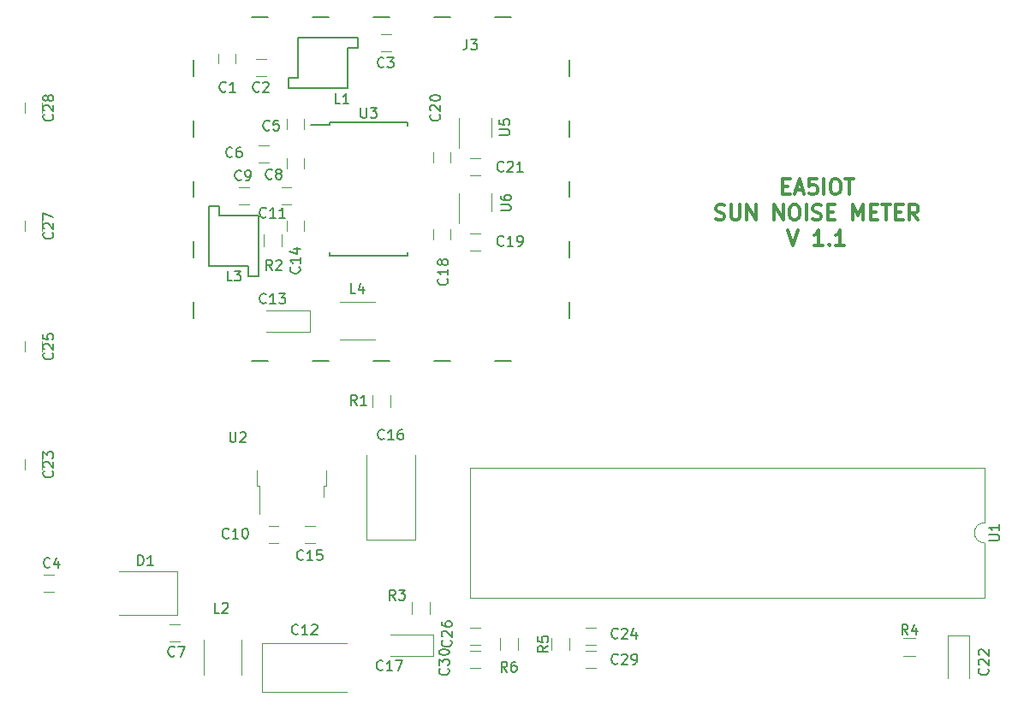
<source format=gbr>
G04 #@! TF.GenerationSoftware,KiCad,Pcbnew,(5.0.1)-4*
G04 #@! TF.CreationDate,2019-02-12T09:30:25+01:00*
G04 #@! TF.ProjectId,Noise_Meter,4E6F6973655F4D657465722E6B696361,rev?*
G04 #@! TF.SameCoordinates,Original*
G04 #@! TF.FileFunction,Legend,Top*
G04 #@! TF.FilePolarity,Positive*
%FSLAX46Y46*%
G04 Gerber Fmt 4.6, Leading zero omitted, Abs format (unit mm)*
G04 Created by KiCad (PCBNEW (5.0.1)-4) date 12/02/2019 9:30:25*
%MOMM*%
%LPD*%
G01*
G04 APERTURE LIST*
%ADD10C,0.300000*%
%ADD11C,0.120000*%
%ADD12C,0.150000*%
G04 APERTURE END LIST*
D10*
X167322857Y-86808571D02*
X167822857Y-88308571D01*
X168322857Y-86808571D01*
X170751428Y-88308571D02*
X169894285Y-88308571D01*
X170322857Y-88308571D02*
X170322857Y-86808571D01*
X170180000Y-87022857D01*
X170037142Y-87165714D01*
X169894285Y-87237142D01*
X171394285Y-88165714D02*
X171465714Y-88237142D01*
X171394285Y-88308571D01*
X171322857Y-88237142D01*
X171394285Y-88165714D01*
X171394285Y-88308571D01*
X172894285Y-88308571D02*
X172037142Y-88308571D01*
X172465714Y-88308571D02*
X172465714Y-86808571D01*
X172322857Y-87022857D01*
X172180000Y-87165714D01*
X172037142Y-87237142D01*
X160180000Y-85697142D02*
X160394285Y-85768571D01*
X160751428Y-85768571D01*
X160894285Y-85697142D01*
X160965714Y-85625714D01*
X161037142Y-85482857D01*
X161037142Y-85340000D01*
X160965714Y-85197142D01*
X160894285Y-85125714D01*
X160751428Y-85054285D01*
X160465714Y-84982857D01*
X160322857Y-84911428D01*
X160251428Y-84840000D01*
X160180000Y-84697142D01*
X160180000Y-84554285D01*
X160251428Y-84411428D01*
X160322857Y-84340000D01*
X160465714Y-84268571D01*
X160822857Y-84268571D01*
X161037142Y-84340000D01*
X161680000Y-84268571D02*
X161680000Y-85482857D01*
X161751428Y-85625714D01*
X161822857Y-85697142D01*
X161965714Y-85768571D01*
X162251428Y-85768571D01*
X162394285Y-85697142D01*
X162465714Y-85625714D01*
X162537142Y-85482857D01*
X162537142Y-84268571D01*
X163251428Y-85768571D02*
X163251428Y-84268571D01*
X164108571Y-85768571D01*
X164108571Y-84268571D01*
X165965714Y-85768571D02*
X165965714Y-84268571D01*
X166822857Y-85768571D01*
X166822857Y-84268571D01*
X167822857Y-84268571D02*
X168108571Y-84268571D01*
X168251428Y-84340000D01*
X168394285Y-84482857D01*
X168465714Y-84768571D01*
X168465714Y-85268571D01*
X168394285Y-85554285D01*
X168251428Y-85697142D01*
X168108571Y-85768571D01*
X167822857Y-85768571D01*
X167680000Y-85697142D01*
X167537142Y-85554285D01*
X167465714Y-85268571D01*
X167465714Y-84768571D01*
X167537142Y-84482857D01*
X167680000Y-84340000D01*
X167822857Y-84268571D01*
X169108571Y-85768571D02*
X169108571Y-84268571D01*
X169751428Y-85697142D02*
X169965714Y-85768571D01*
X170322857Y-85768571D01*
X170465714Y-85697142D01*
X170537142Y-85625714D01*
X170608571Y-85482857D01*
X170608571Y-85340000D01*
X170537142Y-85197142D01*
X170465714Y-85125714D01*
X170322857Y-85054285D01*
X170037142Y-84982857D01*
X169894285Y-84911428D01*
X169822857Y-84840000D01*
X169751428Y-84697142D01*
X169751428Y-84554285D01*
X169822857Y-84411428D01*
X169894285Y-84340000D01*
X170037142Y-84268571D01*
X170394285Y-84268571D01*
X170608571Y-84340000D01*
X171251428Y-84982857D02*
X171751428Y-84982857D01*
X171965714Y-85768571D02*
X171251428Y-85768571D01*
X171251428Y-84268571D01*
X171965714Y-84268571D01*
X173751428Y-85768571D02*
X173751428Y-84268571D01*
X174251428Y-85340000D01*
X174751428Y-84268571D01*
X174751428Y-85768571D01*
X175465714Y-84982857D02*
X175965714Y-84982857D01*
X176180000Y-85768571D02*
X175465714Y-85768571D01*
X175465714Y-84268571D01*
X176180000Y-84268571D01*
X176608571Y-84268571D02*
X177465714Y-84268571D01*
X177037142Y-85768571D02*
X177037142Y-84268571D01*
X177965714Y-84982857D02*
X178465714Y-84982857D01*
X178680000Y-85768571D02*
X177965714Y-85768571D01*
X177965714Y-84268571D01*
X178680000Y-84268571D01*
X180180000Y-85768571D02*
X179680000Y-85054285D01*
X179322857Y-85768571D02*
X179322857Y-84268571D01*
X179894285Y-84268571D01*
X180037142Y-84340000D01*
X180108571Y-84411428D01*
X180180000Y-84554285D01*
X180180000Y-84768571D01*
X180108571Y-84911428D01*
X180037142Y-84982857D01*
X179894285Y-85054285D01*
X179322857Y-85054285D01*
X166787142Y-82442857D02*
X167287142Y-82442857D01*
X167501428Y-83228571D02*
X166787142Y-83228571D01*
X166787142Y-81728571D01*
X167501428Y-81728571D01*
X168072857Y-82800000D02*
X168787142Y-82800000D01*
X167930000Y-83228571D02*
X168430000Y-81728571D01*
X168930000Y-83228571D01*
X170144285Y-81728571D02*
X169430000Y-81728571D01*
X169358571Y-82442857D01*
X169430000Y-82371428D01*
X169572857Y-82300000D01*
X169930000Y-82300000D01*
X170072857Y-82371428D01*
X170144285Y-82442857D01*
X170215714Y-82585714D01*
X170215714Y-82942857D01*
X170144285Y-83085714D01*
X170072857Y-83157142D01*
X169930000Y-83228571D01*
X169572857Y-83228571D01*
X169430000Y-83157142D01*
X169358571Y-83085714D01*
X170858571Y-83228571D02*
X170858571Y-81728571D01*
X171858571Y-81728571D02*
X172144285Y-81728571D01*
X172287142Y-81800000D01*
X172430000Y-81942857D01*
X172501428Y-82228571D01*
X172501428Y-82728571D01*
X172430000Y-83014285D01*
X172287142Y-83157142D01*
X172144285Y-83228571D01*
X171858571Y-83228571D01*
X171715714Y-83157142D01*
X171572857Y-83014285D01*
X171501428Y-82728571D01*
X171501428Y-82228571D01*
X171572857Y-81942857D01*
X171715714Y-81800000D01*
X171858571Y-81728571D01*
X172930000Y-81728571D02*
X173787142Y-81728571D01*
X173358571Y-83228571D02*
X173358571Y-81728571D01*
D11*
G04 #@! TO.C,C1*
X112660800Y-70299200D02*
X112660800Y-69299200D01*
X110960800Y-69299200D02*
X110960800Y-70299200D01*
G04 #@! TO.C,C2*
X114714400Y-71512800D02*
X115714400Y-71512800D01*
X115714400Y-69812800D02*
X114714400Y-69812800D01*
G04 #@! TO.C,C3*
X128058800Y-67374400D02*
X127058800Y-67374400D01*
X127058800Y-69074400D02*
X128058800Y-69074400D01*
G04 #@! TO.C,C4*
X93734000Y-122617600D02*
X94734000Y-122617600D01*
X94734000Y-120917600D02*
X93734000Y-120917600D01*
G04 #@! TO.C,C5*
X117717200Y-75801600D02*
X117717200Y-76801600D01*
X119417200Y-76801600D02*
X119417200Y-75801600D01*
G04 #@! TO.C,C6*
X114968400Y-80047200D02*
X115968400Y-80047200D01*
X115968400Y-78347200D02*
X114968400Y-78347200D01*
G04 #@! TO.C,C7*
X106180000Y-127494400D02*
X107180000Y-127494400D01*
X107180000Y-125794400D02*
X106180000Y-125794400D01*
G04 #@! TO.C,C8*
X117717200Y-79662400D02*
X117717200Y-80662400D01*
X119417200Y-80662400D02*
X119417200Y-79662400D01*
G04 #@! TO.C,C9*
X113038000Y-84212800D02*
X114038000Y-84212800D01*
X114038000Y-82512800D02*
X113038000Y-82512800D01*
G04 #@! TO.C,C10*
X116933600Y-116040800D02*
X115933600Y-116040800D01*
X115933600Y-117740800D02*
X116933600Y-117740800D01*
G04 #@! TO.C,C11*
X117203600Y-84212800D02*
X118203600Y-84212800D01*
X118203600Y-82512800D02*
X117203600Y-82512800D01*
G04 #@! TO.C,C12*
X115290400Y-127648000D02*
X123690400Y-127648000D01*
X115290400Y-132448000D02*
X123690400Y-132448000D01*
X115290400Y-127648000D02*
X115290400Y-132448000D01*
G04 #@! TO.C,C13*
X119998000Y-96808000D02*
X115748000Y-96808000D01*
X119998000Y-94708000D02*
X115748000Y-94708000D01*
X119998000Y-96808000D02*
X119998000Y-94708000D01*
G04 #@! TO.C,C14*
X119417200Y-86860000D02*
X119417200Y-85860000D01*
X117717200Y-85860000D02*
X117717200Y-86860000D01*
G04 #@! TO.C,C15*
X119540400Y-117740800D02*
X120540400Y-117740800D01*
X120540400Y-116040800D02*
X119540400Y-116040800D01*
G04 #@! TO.C,C16*
X125616000Y-117424400D02*
X125616000Y-109024400D01*
X130416000Y-117424400D02*
X130416000Y-109024400D01*
X125616000Y-117424400D02*
X130416000Y-117424400D01*
G04 #@! TO.C,C17*
X132240800Y-128913600D02*
X127990800Y-128913600D01*
X132240800Y-126813600D02*
X127990800Y-126813600D01*
X132240800Y-128913600D02*
X132240800Y-126813600D01*
G04 #@! TO.C,C18*
X133946000Y-87723600D02*
X133946000Y-86723600D01*
X132246000Y-86723600D02*
X132246000Y-87723600D01*
G04 #@! TO.C,C19*
X136898000Y-87135600D02*
X135898000Y-87135600D01*
X135898000Y-88835600D02*
X136898000Y-88835600D01*
G04 #@! TO.C,C20*
X133895200Y-80052800D02*
X133895200Y-79052800D01*
X132195200Y-79052800D02*
X132195200Y-80052800D01*
G04 #@! TO.C,C21*
X136847200Y-79617200D02*
X135847200Y-79617200D01*
X135847200Y-81317200D02*
X136847200Y-81317200D01*
G04 #@! TO.C,D1*
X106877200Y-124882800D02*
X106877200Y-120582800D01*
X106877200Y-120582800D02*
X101177200Y-120582800D01*
X106877200Y-124882800D02*
X101177200Y-124882800D01*
G04 #@! TO.C,L2*
X109524400Y-127352800D02*
X109524400Y-130812800D01*
X113284400Y-127352800D02*
X113284400Y-130812800D01*
G04 #@! TO.C,L4*
X122984000Y-97638000D02*
X126444000Y-97638000D01*
X122984000Y-93878000D02*
X126444000Y-93878000D01*
G04 #@! TO.C,R1*
X126221600Y-104282800D02*
X126221600Y-103082800D01*
X127981600Y-103082800D02*
X127981600Y-104282800D01*
G04 #@! TO.C,R2*
X115502800Y-88382400D02*
X115502800Y-87182400D01*
X117262800Y-87182400D02*
X117262800Y-88382400D01*
G04 #@! TO.C,R3*
X130133200Y-124755200D02*
X130133200Y-123555200D01*
X131893200Y-123555200D02*
X131893200Y-124755200D01*
G04 #@! TO.C,U1*
X186750000Y-117738400D02*
G75*
G02X186750000Y-115738400I0J1000000D01*
G01*
X186750000Y-115738400D02*
X186750000Y-110278400D01*
X186750000Y-110278400D02*
X135830000Y-110278400D01*
X135830000Y-110278400D02*
X135830000Y-123198400D01*
X135830000Y-123198400D02*
X186750000Y-123198400D01*
X186750000Y-123198400D02*
X186750000Y-117738400D01*
G04 #@! TO.C,U2*
X114761600Y-110545600D02*
X114761600Y-112045600D01*
X114761600Y-112045600D02*
X115031600Y-112045600D01*
X115031600Y-112045600D02*
X115031600Y-114875600D01*
X121661600Y-110545600D02*
X121661600Y-112045600D01*
X121661600Y-112045600D02*
X121391600Y-112045600D01*
X121391600Y-112045600D02*
X121391600Y-113145600D01*
D12*
G04 #@! TO.C,U3*
X121956600Y-76127400D02*
X121956600Y-76377400D01*
X129706600Y-76127400D02*
X129706600Y-76462400D01*
X129706600Y-89277400D02*
X129706600Y-88942400D01*
X121956600Y-89277400D02*
X121956600Y-88942400D01*
X121956600Y-76127400D02*
X129706600Y-76127400D01*
X121956600Y-89277400D02*
X129706600Y-89277400D01*
X121956600Y-76377400D02*
X120156600Y-76377400D01*
G04 #@! TO.C,J3*
X114301600Y-65712400D02*
X115901600Y-65712400D01*
X114301600Y-99692400D02*
X115901600Y-99692400D01*
X120301600Y-65712400D02*
X121901600Y-65712400D01*
X120301600Y-99692400D02*
X121901600Y-99692400D01*
X126301600Y-65712400D02*
X127901600Y-65712400D01*
X126301600Y-99692400D02*
X127901600Y-99692400D01*
X132301600Y-65712400D02*
X133901600Y-65712400D01*
X132301600Y-99692400D02*
X133901600Y-99692400D01*
X138301600Y-65712400D02*
X139901600Y-65712400D01*
X138301600Y-99692400D02*
X139901600Y-99692400D01*
X108536600Y-69902400D02*
X108536600Y-71502400D01*
X145666600Y-69902400D02*
X145666600Y-71502400D01*
X108536600Y-75902400D02*
X108536600Y-77502400D01*
X145666600Y-75902400D02*
X145666600Y-77502400D01*
X108536600Y-81902400D02*
X108536600Y-83502400D01*
X145666600Y-81902400D02*
X145666600Y-83502400D01*
X108536600Y-87902400D02*
X108536600Y-89502400D01*
X145666600Y-87902400D02*
X145666600Y-89502400D01*
X108536600Y-93902400D02*
X108536600Y-95502400D01*
X145666600Y-93902400D02*
X145666600Y-95502400D01*
D11*
G04 #@! TO.C,U5*
X138008000Y-77506400D02*
X138008000Y-75706400D01*
X134788000Y-75706400D02*
X134788000Y-78656400D01*
G04 #@! TO.C,U6*
X138008000Y-84923200D02*
X138008000Y-83123200D01*
X134788000Y-83123200D02*
X134788000Y-86073200D01*
D12*
G04 #@! TO.C,L3*
X114985800Y-91084400D02*
X114985800Y-91338400D01*
X114985800Y-91338400D02*
X113969800Y-91338400D01*
X113969800Y-91338400D02*
X113969800Y-90322400D01*
X113969800Y-90322400D02*
X110223300Y-90322400D01*
X110223300Y-90322400D02*
X110032800Y-90322400D01*
X110032800Y-90322400D02*
X110032800Y-84543900D01*
X110032800Y-84543900D02*
X110032800Y-84480400D01*
X110032800Y-84480400D02*
X110032800Y-84416900D01*
X110032800Y-84416900D02*
X111048800Y-84416900D01*
X111048800Y-84416900D02*
X111048800Y-85369400D01*
X111048800Y-85369400D02*
X114985800Y-85369400D01*
X114985800Y-85369400D02*
X114985800Y-91084400D01*
G04 #@! TO.C,L1*
X124561600Y-67741800D02*
X124815600Y-67741800D01*
X124815600Y-67741800D02*
X124815600Y-68757800D01*
X124815600Y-68757800D02*
X123799600Y-68757800D01*
X123799600Y-68757800D02*
X123799600Y-72504300D01*
X123799600Y-72504300D02*
X123799600Y-72694800D01*
X123799600Y-72694800D02*
X118021100Y-72694800D01*
X118021100Y-72694800D02*
X117957600Y-72694800D01*
X117957600Y-72694800D02*
X117894100Y-72694800D01*
X117894100Y-72694800D02*
X117894100Y-71678800D01*
X117894100Y-71678800D02*
X118846600Y-71678800D01*
X118846600Y-71678800D02*
X118846600Y-67741800D01*
X118846600Y-67741800D02*
X124561600Y-67741800D01*
D11*
G04 #@! TO.C,C22*
X185200000Y-126890000D02*
X185200000Y-131140000D01*
X183100000Y-126890000D02*
X183100000Y-131140000D01*
X185200000Y-126890000D02*
X183100000Y-126890000D01*
G04 #@! TO.C,C23*
X93560000Y-110482000D02*
X93560000Y-109482000D01*
X91860000Y-109482000D02*
X91860000Y-110482000D01*
G04 #@! TO.C,C24*
X148328000Y-126150000D02*
X147328000Y-126150000D01*
X147328000Y-127850000D02*
X148328000Y-127850000D01*
G04 #@! TO.C,C25*
X93560000Y-98798000D02*
X93560000Y-97798000D01*
X91860000Y-97798000D02*
X91860000Y-98798000D01*
G04 #@! TO.C,C26*
X135898000Y-127850000D02*
X136898000Y-127850000D01*
X136898000Y-126150000D02*
X135898000Y-126150000D01*
G04 #@! TO.C,C27*
X93560000Y-86860000D02*
X93560000Y-85860000D01*
X91860000Y-85860000D02*
X91860000Y-86860000D01*
G04 #@! TO.C,C28*
X93560000Y-75176000D02*
X93560000Y-74176000D01*
X91860000Y-74176000D02*
X91860000Y-75176000D01*
G04 #@! TO.C,C29*
X148328000Y-128436000D02*
X147328000Y-128436000D01*
X147328000Y-130136000D02*
X148328000Y-130136000D01*
G04 #@! TO.C,C30*
X135898000Y-130136000D02*
X136898000Y-130136000D01*
X136898000Y-128436000D02*
X135898000Y-128436000D01*
G04 #@! TO.C,R4*
X179924000Y-128896000D02*
X178724000Y-128896000D01*
X178724000Y-127136000D02*
X179924000Y-127136000D01*
G04 #@! TO.C,R5*
X145660000Y-127162000D02*
X145660000Y-128362000D01*
X143900000Y-128362000D02*
X143900000Y-127162000D01*
G04 #@! TO.C,R6*
X140580000Y-127162000D02*
X140580000Y-128362000D01*
X138820000Y-128362000D02*
X138820000Y-127162000D01*
G04 #@! TO.C,*
D12*
G04 #@! TO.C,C1*
X111720333Y-73001142D02*
X111672714Y-73048761D01*
X111529857Y-73096380D01*
X111434619Y-73096380D01*
X111291761Y-73048761D01*
X111196523Y-72953523D01*
X111148904Y-72858285D01*
X111101285Y-72667809D01*
X111101285Y-72524952D01*
X111148904Y-72334476D01*
X111196523Y-72239238D01*
X111291761Y-72144000D01*
X111434619Y-72096380D01*
X111529857Y-72096380D01*
X111672714Y-72144000D01*
X111720333Y-72191619D01*
X112672714Y-73096380D02*
X112101285Y-73096380D01*
X112387000Y-73096380D02*
X112387000Y-72096380D01*
X112291761Y-72239238D01*
X112196523Y-72334476D01*
X112101285Y-72382095D01*
G04 #@! TO.C,C2*
X115022333Y-73001142D02*
X114974714Y-73048761D01*
X114831857Y-73096380D01*
X114736619Y-73096380D01*
X114593761Y-73048761D01*
X114498523Y-72953523D01*
X114450904Y-72858285D01*
X114403285Y-72667809D01*
X114403285Y-72524952D01*
X114450904Y-72334476D01*
X114498523Y-72239238D01*
X114593761Y-72144000D01*
X114736619Y-72096380D01*
X114831857Y-72096380D01*
X114974714Y-72144000D01*
X115022333Y-72191619D01*
X115403285Y-72191619D02*
X115450904Y-72144000D01*
X115546142Y-72096380D01*
X115784238Y-72096380D01*
X115879476Y-72144000D01*
X115927095Y-72191619D01*
X115974714Y-72286857D01*
X115974714Y-72382095D01*
X115927095Y-72524952D01*
X115355666Y-73096380D01*
X115974714Y-73096380D01*
G04 #@! TO.C,C3*
X127341333Y-70588142D02*
X127293714Y-70635761D01*
X127150857Y-70683380D01*
X127055619Y-70683380D01*
X126912761Y-70635761D01*
X126817523Y-70540523D01*
X126769904Y-70445285D01*
X126722285Y-70254809D01*
X126722285Y-70111952D01*
X126769904Y-69921476D01*
X126817523Y-69826238D01*
X126912761Y-69731000D01*
X127055619Y-69683380D01*
X127150857Y-69683380D01*
X127293714Y-69731000D01*
X127341333Y-69778619D01*
X127674666Y-69683380D02*
X128293714Y-69683380D01*
X127960380Y-70064333D01*
X128103238Y-70064333D01*
X128198476Y-70111952D01*
X128246095Y-70159571D01*
X128293714Y-70254809D01*
X128293714Y-70492904D01*
X128246095Y-70588142D01*
X128198476Y-70635761D01*
X128103238Y-70683380D01*
X127817523Y-70683380D01*
X127722285Y-70635761D01*
X127674666Y-70588142D01*
G04 #@! TO.C,C4*
X94321333Y-120118142D02*
X94273714Y-120165761D01*
X94130857Y-120213380D01*
X94035619Y-120213380D01*
X93892761Y-120165761D01*
X93797523Y-120070523D01*
X93749904Y-119975285D01*
X93702285Y-119784809D01*
X93702285Y-119641952D01*
X93749904Y-119451476D01*
X93797523Y-119356238D01*
X93892761Y-119261000D01*
X94035619Y-119213380D01*
X94130857Y-119213380D01*
X94273714Y-119261000D01*
X94321333Y-119308619D01*
X95178476Y-119546714D02*
X95178476Y-120213380D01*
X94940380Y-119165761D02*
X94702285Y-119880047D01*
X95321333Y-119880047D01*
G04 #@! TO.C,C5*
X116038333Y-76811142D02*
X115990714Y-76858761D01*
X115847857Y-76906380D01*
X115752619Y-76906380D01*
X115609761Y-76858761D01*
X115514523Y-76763523D01*
X115466904Y-76668285D01*
X115419285Y-76477809D01*
X115419285Y-76334952D01*
X115466904Y-76144476D01*
X115514523Y-76049238D01*
X115609761Y-75954000D01*
X115752619Y-75906380D01*
X115847857Y-75906380D01*
X115990714Y-75954000D01*
X116038333Y-76001619D01*
X116943095Y-75906380D02*
X116466904Y-75906380D01*
X116419285Y-76382571D01*
X116466904Y-76334952D01*
X116562142Y-76287333D01*
X116800238Y-76287333D01*
X116895476Y-76334952D01*
X116943095Y-76382571D01*
X116990714Y-76477809D01*
X116990714Y-76715904D01*
X116943095Y-76811142D01*
X116895476Y-76858761D01*
X116800238Y-76906380D01*
X116562142Y-76906380D01*
X116466904Y-76858761D01*
X116419285Y-76811142D01*
G04 #@! TO.C,C6*
X112355333Y-79478142D02*
X112307714Y-79525761D01*
X112164857Y-79573380D01*
X112069619Y-79573380D01*
X111926761Y-79525761D01*
X111831523Y-79430523D01*
X111783904Y-79335285D01*
X111736285Y-79144809D01*
X111736285Y-79001952D01*
X111783904Y-78811476D01*
X111831523Y-78716238D01*
X111926761Y-78621000D01*
X112069619Y-78573380D01*
X112164857Y-78573380D01*
X112307714Y-78621000D01*
X112355333Y-78668619D01*
X113212476Y-78573380D02*
X113022000Y-78573380D01*
X112926761Y-78621000D01*
X112879142Y-78668619D01*
X112783904Y-78811476D01*
X112736285Y-79001952D01*
X112736285Y-79382904D01*
X112783904Y-79478142D01*
X112831523Y-79525761D01*
X112926761Y-79573380D01*
X113117238Y-79573380D01*
X113212476Y-79525761D01*
X113260095Y-79478142D01*
X113307714Y-79382904D01*
X113307714Y-79144809D01*
X113260095Y-79049571D01*
X113212476Y-79001952D01*
X113117238Y-78954333D01*
X112926761Y-78954333D01*
X112831523Y-79001952D01*
X112783904Y-79049571D01*
X112736285Y-79144809D01*
G04 #@! TO.C,C7*
X106640333Y-128881142D02*
X106592714Y-128928761D01*
X106449857Y-128976380D01*
X106354619Y-128976380D01*
X106211761Y-128928761D01*
X106116523Y-128833523D01*
X106068904Y-128738285D01*
X106021285Y-128547809D01*
X106021285Y-128404952D01*
X106068904Y-128214476D01*
X106116523Y-128119238D01*
X106211761Y-128024000D01*
X106354619Y-127976380D01*
X106449857Y-127976380D01*
X106592714Y-128024000D01*
X106640333Y-128071619D01*
X106973666Y-127976380D02*
X107640333Y-127976380D01*
X107211761Y-128976380D01*
G04 #@! TO.C,C8*
X116292333Y-81637142D02*
X116244714Y-81684761D01*
X116101857Y-81732380D01*
X116006619Y-81732380D01*
X115863761Y-81684761D01*
X115768523Y-81589523D01*
X115720904Y-81494285D01*
X115673285Y-81303809D01*
X115673285Y-81160952D01*
X115720904Y-80970476D01*
X115768523Y-80875238D01*
X115863761Y-80780000D01*
X116006619Y-80732380D01*
X116101857Y-80732380D01*
X116244714Y-80780000D01*
X116292333Y-80827619D01*
X116863761Y-81160952D02*
X116768523Y-81113333D01*
X116720904Y-81065714D01*
X116673285Y-80970476D01*
X116673285Y-80922857D01*
X116720904Y-80827619D01*
X116768523Y-80780000D01*
X116863761Y-80732380D01*
X117054238Y-80732380D01*
X117149476Y-80780000D01*
X117197095Y-80827619D01*
X117244714Y-80922857D01*
X117244714Y-80970476D01*
X117197095Y-81065714D01*
X117149476Y-81113333D01*
X117054238Y-81160952D01*
X116863761Y-81160952D01*
X116768523Y-81208571D01*
X116720904Y-81256190D01*
X116673285Y-81351428D01*
X116673285Y-81541904D01*
X116720904Y-81637142D01*
X116768523Y-81684761D01*
X116863761Y-81732380D01*
X117054238Y-81732380D01*
X117149476Y-81684761D01*
X117197095Y-81637142D01*
X117244714Y-81541904D01*
X117244714Y-81351428D01*
X117197095Y-81256190D01*
X117149476Y-81208571D01*
X117054238Y-81160952D01*
G04 #@! TO.C,C9*
X113244333Y-81764142D02*
X113196714Y-81811761D01*
X113053857Y-81859380D01*
X112958619Y-81859380D01*
X112815761Y-81811761D01*
X112720523Y-81716523D01*
X112672904Y-81621285D01*
X112625285Y-81430809D01*
X112625285Y-81287952D01*
X112672904Y-81097476D01*
X112720523Y-81002238D01*
X112815761Y-80907000D01*
X112958619Y-80859380D01*
X113053857Y-80859380D01*
X113196714Y-80907000D01*
X113244333Y-80954619D01*
X113720523Y-81859380D02*
X113911000Y-81859380D01*
X114006238Y-81811761D01*
X114053857Y-81764142D01*
X114149095Y-81621285D01*
X114196714Y-81430809D01*
X114196714Y-81049857D01*
X114149095Y-80954619D01*
X114101476Y-80907000D01*
X114006238Y-80859380D01*
X113815761Y-80859380D01*
X113720523Y-80907000D01*
X113672904Y-80954619D01*
X113625285Y-81049857D01*
X113625285Y-81287952D01*
X113672904Y-81383190D01*
X113720523Y-81430809D01*
X113815761Y-81478428D01*
X114006238Y-81478428D01*
X114101476Y-81430809D01*
X114149095Y-81383190D01*
X114196714Y-81287952D01*
G04 #@! TO.C,C10*
X112006142Y-117197142D02*
X111958523Y-117244761D01*
X111815666Y-117292380D01*
X111720428Y-117292380D01*
X111577571Y-117244761D01*
X111482333Y-117149523D01*
X111434714Y-117054285D01*
X111387095Y-116863809D01*
X111387095Y-116720952D01*
X111434714Y-116530476D01*
X111482333Y-116435238D01*
X111577571Y-116340000D01*
X111720428Y-116292380D01*
X111815666Y-116292380D01*
X111958523Y-116340000D01*
X112006142Y-116387619D01*
X112958523Y-117292380D02*
X112387095Y-117292380D01*
X112672809Y-117292380D02*
X112672809Y-116292380D01*
X112577571Y-116435238D01*
X112482333Y-116530476D01*
X112387095Y-116578095D01*
X113577571Y-116292380D02*
X113672809Y-116292380D01*
X113768047Y-116340000D01*
X113815666Y-116387619D01*
X113863285Y-116482857D01*
X113910904Y-116673333D01*
X113910904Y-116911428D01*
X113863285Y-117101904D01*
X113815666Y-117197142D01*
X113768047Y-117244761D01*
X113672809Y-117292380D01*
X113577571Y-117292380D01*
X113482333Y-117244761D01*
X113434714Y-117197142D01*
X113387095Y-117101904D01*
X113339476Y-116911428D01*
X113339476Y-116673333D01*
X113387095Y-116482857D01*
X113434714Y-116387619D01*
X113482333Y-116340000D01*
X113577571Y-116292380D01*
G04 #@! TO.C,C11*
X115689142Y-85447142D02*
X115641523Y-85494761D01*
X115498666Y-85542380D01*
X115403428Y-85542380D01*
X115260571Y-85494761D01*
X115165333Y-85399523D01*
X115117714Y-85304285D01*
X115070095Y-85113809D01*
X115070095Y-84970952D01*
X115117714Y-84780476D01*
X115165333Y-84685238D01*
X115260571Y-84590000D01*
X115403428Y-84542380D01*
X115498666Y-84542380D01*
X115641523Y-84590000D01*
X115689142Y-84637619D01*
X116641523Y-85542380D02*
X116070095Y-85542380D01*
X116355809Y-85542380D02*
X116355809Y-84542380D01*
X116260571Y-84685238D01*
X116165333Y-84780476D01*
X116070095Y-84828095D01*
X117593904Y-85542380D02*
X117022476Y-85542380D01*
X117308190Y-85542380D02*
X117308190Y-84542380D01*
X117212952Y-84685238D01*
X117117714Y-84780476D01*
X117022476Y-84828095D01*
G04 #@! TO.C,C12*
X118864142Y-126722142D02*
X118816523Y-126769761D01*
X118673666Y-126817380D01*
X118578428Y-126817380D01*
X118435571Y-126769761D01*
X118340333Y-126674523D01*
X118292714Y-126579285D01*
X118245095Y-126388809D01*
X118245095Y-126245952D01*
X118292714Y-126055476D01*
X118340333Y-125960238D01*
X118435571Y-125865000D01*
X118578428Y-125817380D01*
X118673666Y-125817380D01*
X118816523Y-125865000D01*
X118864142Y-125912619D01*
X119816523Y-126817380D02*
X119245095Y-126817380D01*
X119530809Y-126817380D02*
X119530809Y-125817380D01*
X119435571Y-125960238D01*
X119340333Y-126055476D01*
X119245095Y-126103095D01*
X120197476Y-125912619D02*
X120245095Y-125865000D01*
X120340333Y-125817380D01*
X120578428Y-125817380D01*
X120673666Y-125865000D01*
X120721285Y-125912619D01*
X120768904Y-126007857D01*
X120768904Y-126103095D01*
X120721285Y-126245952D01*
X120149857Y-126817380D01*
X120768904Y-126817380D01*
G04 #@! TO.C,C13*
X115689142Y-93956142D02*
X115641523Y-94003761D01*
X115498666Y-94051380D01*
X115403428Y-94051380D01*
X115260571Y-94003761D01*
X115165333Y-93908523D01*
X115117714Y-93813285D01*
X115070095Y-93622809D01*
X115070095Y-93479952D01*
X115117714Y-93289476D01*
X115165333Y-93194238D01*
X115260571Y-93099000D01*
X115403428Y-93051380D01*
X115498666Y-93051380D01*
X115641523Y-93099000D01*
X115689142Y-93146619D01*
X116641523Y-94051380D02*
X116070095Y-94051380D01*
X116355809Y-94051380D02*
X116355809Y-93051380D01*
X116260571Y-93194238D01*
X116165333Y-93289476D01*
X116070095Y-93337095D01*
X116974857Y-93051380D02*
X117593904Y-93051380D01*
X117260571Y-93432333D01*
X117403428Y-93432333D01*
X117498666Y-93479952D01*
X117546285Y-93527571D01*
X117593904Y-93622809D01*
X117593904Y-93860904D01*
X117546285Y-93956142D01*
X117498666Y-94003761D01*
X117403428Y-94051380D01*
X117117714Y-94051380D01*
X117022476Y-94003761D01*
X116974857Y-93956142D01*
G04 #@! TO.C,C14*
X118975142Y-90431857D02*
X119022761Y-90479476D01*
X119070380Y-90622333D01*
X119070380Y-90717571D01*
X119022761Y-90860428D01*
X118927523Y-90955666D01*
X118832285Y-91003285D01*
X118641809Y-91050904D01*
X118498952Y-91050904D01*
X118308476Y-91003285D01*
X118213238Y-90955666D01*
X118118000Y-90860428D01*
X118070380Y-90717571D01*
X118070380Y-90622333D01*
X118118000Y-90479476D01*
X118165619Y-90431857D01*
X119070380Y-89479476D02*
X119070380Y-90050904D01*
X119070380Y-89765190D02*
X118070380Y-89765190D01*
X118213238Y-89860428D01*
X118308476Y-89955666D01*
X118356095Y-90050904D01*
X118403714Y-88622333D02*
X119070380Y-88622333D01*
X118022761Y-88860428D02*
X118737047Y-89098523D01*
X118737047Y-88479476D01*
G04 #@! TO.C,C15*
X119372142Y-119356142D02*
X119324523Y-119403761D01*
X119181666Y-119451380D01*
X119086428Y-119451380D01*
X118943571Y-119403761D01*
X118848333Y-119308523D01*
X118800714Y-119213285D01*
X118753095Y-119022809D01*
X118753095Y-118879952D01*
X118800714Y-118689476D01*
X118848333Y-118594238D01*
X118943571Y-118499000D01*
X119086428Y-118451380D01*
X119181666Y-118451380D01*
X119324523Y-118499000D01*
X119372142Y-118546619D01*
X120324523Y-119451380D02*
X119753095Y-119451380D01*
X120038809Y-119451380D02*
X120038809Y-118451380D01*
X119943571Y-118594238D01*
X119848333Y-118689476D01*
X119753095Y-118737095D01*
X121229285Y-118451380D02*
X120753095Y-118451380D01*
X120705476Y-118927571D01*
X120753095Y-118879952D01*
X120848333Y-118832333D01*
X121086428Y-118832333D01*
X121181666Y-118879952D01*
X121229285Y-118927571D01*
X121276904Y-119022809D01*
X121276904Y-119260904D01*
X121229285Y-119356142D01*
X121181666Y-119403761D01*
X121086428Y-119451380D01*
X120848333Y-119451380D01*
X120753095Y-119403761D01*
X120705476Y-119356142D01*
G04 #@! TO.C,C16*
X127373142Y-107418142D02*
X127325523Y-107465761D01*
X127182666Y-107513380D01*
X127087428Y-107513380D01*
X126944571Y-107465761D01*
X126849333Y-107370523D01*
X126801714Y-107275285D01*
X126754095Y-107084809D01*
X126754095Y-106941952D01*
X126801714Y-106751476D01*
X126849333Y-106656238D01*
X126944571Y-106561000D01*
X127087428Y-106513380D01*
X127182666Y-106513380D01*
X127325523Y-106561000D01*
X127373142Y-106608619D01*
X128325523Y-107513380D02*
X127754095Y-107513380D01*
X128039809Y-107513380D02*
X128039809Y-106513380D01*
X127944571Y-106656238D01*
X127849333Y-106751476D01*
X127754095Y-106799095D01*
X129182666Y-106513380D02*
X128992190Y-106513380D01*
X128896952Y-106561000D01*
X128849333Y-106608619D01*
X128754095Y-106751476D01*
X128706476Y-106941952D01*
X128706476Y-107322904D01*
X128754095Y-107418142D01*
X128801714Y-107465761D01*
X128896952Y-107513380D01*
X129087428Y-107513380D01*
X129182666Y-107465761D01*
X129230285Y-107418142D01*
X129277904Y-107322904D01*
X129277904Y-107084809D01*
X129230285Y-106989571D01*
X129182666Y-106941952D01*
X129087428Y-106894333D01*
X128896952Y-106894333D01*
X128801714Y-106941952D01*
X128754095Y-106989571D01*
X128706476Y-107084809D01*
G04 #@! TO.C,C17*
X127246142Y-130278142D02*
X127198523Y-130325761D01*
X127055666Y-130373380D01*
X126960428Y-130373380D01*
X126817571Y-130325761D01*
X126722333Y-130230523D01*
X126674714Y-130135285D01*
X126627095Y-129944809D01*
X126627095Y-129801952D01*
X126674714Y-129611476D01*
X126722333Y-129516238D01*
X126817571Y-129421000D01*
X126960428Y-129373380D01*
X127055666Y-129373380D01*
X127198523Y-129421000D01*
X127246142Y-129468619D01*
X128198523Y-130373380D02*
X127627095Y-130373380D01*
X127912809Y-130373380D02*
X127912809Y-129373380D01*
X127817571Y-129516238D01*
X127722333Y-129611476D01*
X127627095Y-129659095D01*
X128531857Y-129373380D02*
X129198523Y-129373380D01*
X128769952Y-130373380D01*
G04 #@! TO.C,C18*
X133580142Y-91574857D02*
X133627761Y-91622476D01*
X133675380Y-91765333D01*
X133675380Y-91860571D01*
X133627761Y-92003428D01*
X133532523Y-92098666D01*
X133437285Y-92146285D01*
X133246809Y-92193904D01*
X133103952Y-92193904D01*
X132913476Y-92146285D01*
X132818238Y-92098666D01*
X132723000Y-92003428D01*
X132675380Y-91860571D01*
X132675380Y-91765333D01*
X132723000Y-91622476D01*
X132770619Y-91574857D01*
X133675380Y-90622476D02*
X133675380Y-91193904D01*
X133675380Y-90908190D02*
X132675380Y-90908190D01*
X132818238Y-91003428D01*
X132913476Y-91098666D01*
X132961095Y-91193904D01*
X133103952Y-90051047D02*
X133056333Y-90146285D01*
X133008714Y-90193904D01*
X132913476Y-90241523D01*
X132865857Y-90241523D01*
X132770619Y-90193904D01*
X132723000Y-90146285D01*
X132675380Y-90051047D01*
X132675380Y-89860571D01*
X132723000Y-89765333D01*
X132770619Y-89717714D01*
X132865857Y-89670095D01*
X132913476Y-89670095D01*
X133008714Y-89717714D01*
X133056333Y-89765333D01*
X133103952Y-89860571D01*
X133103952Y-90051047D01*
X133151571Y-90146285D01*
X133199190Y-90193904D01*
X133294428Y-90241523D01*
X133484904Y-90241523D01*
X133580142Y-90193904D01*
X133627761Y-90146285D01*
X133675380Y-90051047D01*
X133675380Y-89860571D01*
X133627761Y-89765333D01*
X133580142Y-89717714D01*
X133484904Y-89670095D01*
X133294428Y-89670095D01*
X133199190Y-89717714D01*
X133151571Y-89765333D01*
X133103952Y-89860571D01*
G04 #@! TO.C,C19*
X139184142Y-88241142D02*
X139136523Y-88288761D01*
X138993666Y-88336380D01*
X138898428Y-88336380D01*
X138755571Y-88288761D01*
X138660333Y-88193523D01*
X138612714Y-88098285D01*
X138565095Y-87907809D01*
X138565095Y-87764952D01*
X138612714Y-87574476D01*
X138660333Y-87479238D01*
X138755571Y-87384000D01*
X138898428Y-87336380D01*
X138993666Y-87336380D01*
X139136523Y-87384000D01*
X139184142Y-87431619D01*
X140136523Y-88336380D02*
X139565095Y-88336380D01*
X139850809Y-88336380D02*
X139850809Y-87336380D01*
X139755571Y-87479238D01*
X139660333Y-87574476D01*
X139565095Y-87622095D01*
X140612714Y-88336380D02*
X140803190Y-88336380D01*
X140898428Y-88288761D01*
X140946047Y-88241142D01*
X141041285Y-88098285D01*
X141088904Y-87907809D01*
X141088904Y-87526857D01*
X141041285Y-87431619D01*
X140993666Y-87384000D01*
X140898428Y-87336380D01*
X140707952Y-87336380D01*
X140612714Y-87384000D01*
X140565095Y-87431619D01*
X140517476Y-87526857D01*
X140517476Y-87764952D01*
X140565095Y-87860190D01*
X140612714Y-87907809D01*
X140707952Y-87955428D01*
X140898428Y-87955428D01*
X140993666Y-87907809D01*
X141041285Y-87860190D01*
X141088904Y-87764952D01*
G04 #@! TO.C,C20*
X132818142Y-75318857D02*
X132865761Y-75366476D01*
X132913380Y-75509333D01*
X132913380Y-75604571D01*
X132865761Y-75747428D01*
X132770523Y-75842666D01*
X132675285Y-75890285D01*
X132484809Y-75937904D01*
X132341952Y-75937904D01*
X132151476Y-75890285D01*
X132056238Y-75842666D01*
X131961000Y-75747428D01*
X131913380Y-75604571D01*
X131913380Y-75509333D01*
X131961000Y-75366476D01*
X132008619Y-75318857D01*
X132008619Y-74937904D02*
X131961000Y-74890285D01*
X131913380Y-74795047D01*
X131913380Y-74556952D01*
X131961000Y-74461714D01*
X132008619Y-74414095D01*
X132103857Y-74366476D01*
X132199095Y-74366476D01*
X132341952Y-74414095D01*
X132913380Y-74985523D01*
X132913380Y-74366476D01*
X131913380Y-73747428D02*
X131913380Y-73652190D01*
X131961000Y-73556952D01*
X132008619Y-73509333D01*
X132103857Y-73461714D01*
X132294333Y-73414095D01*
X132532428Y-73414095D01*
X132722904Y-73461714D01*
X132818142Y-73509333D01*
X132865761Y-73556952D01*
X132913380Y-73652190D01*
X132913380Y-73747428D01*
X132865761Y-73842666D01*
X132818142Y-73890285D01*
X132722904Y-73937904D01*
X132532428Y-73985523D01*
X132294333Y-73985523D01*
X132103857Y-73937904D01*
X132008619Y-73890285D01*
X131961000Y-73842666D01*
X131913380Y-73747428D01*
G04 #@! TO.C,C21*
X139184142Y-80875142D02*
X139136523Y-80922761D01*
X138993666Y-80970380D01*
X138898428Y-80970380D01*
X138755571Y-80922761D01*
X138660333Y-80827523D01*
X138612714Y-80732285D01*
X138565095Y-80541809D01*
X138565095Y-80398952D01*
X138612714Y-80208476D01*
X138660333Y-80113238D01*
X138755571Y-80018000D01*
X138898428Y-79970380D01*
X138993666Y-79970380D01*
X139136523Y-80018000D01*
X139184142Y-80065619D01*
X139565095Y-80065619D02*
X139612714Y-80018000D01*
X139707952Y-79970380D01*
X139946047Y-79970380D01*
X140041285Y-80018000D01*
X140088904Y-80065619D01*
X140136523Y-80160857D01*
X140136523Y-80256095D01*
X140088904Y-80398952D01*
X139517476Y-80970380D01*
X140136523Y-80970380D01*
X141088904Y-80970380D02*
X140517476Y-80970380D01*
X140803190Y-80970380D02*
X140803190Y-79970380D01*
X140707952Y-80113238D01*
X140612714Y-80208476D01*
X140517476Y-80256095D01*
G04 #@! TO.C,D1*
X103020904Y-119959380D02*
X103020904Y-118959380D01*
X103259000Y-118959380D01*
X103401857Y-119007000D01*
X103497095Y-119102238D01*
X103544714Y-119197476D01*
X103592333Y-119387952D01*
X103592333Y-119530809D01*
X103544714Y-119721285D01*
X103497095Y-119816523D01*
X103401857Y-119911761D01*
X103259000Y-119959380D01*
X103020904Y-119959380D01*
X104544714Y-119959380D02*
X103973285Y-119959380D01*
X104259000Y-119959380D02*
X104259000Y-118959380D01*
X104163761Y-119102238D01*
X104068523Y-119197476D01*
X103973285Y-119245095D01*
G04 #@! TO.C,L2*
X111085333Y-124658380D02*
X110609142Y-124658380D01*
X110609142Y-123658380D01*
X111371047Y-123753619D02*
X111418666Y-123706000D01*
X111513904Y-123658380D01*
X111752000Y-123658380D01*
X111847238Y-123706000D01*
X111894857Y-123753619D01*
X111942476Y-123848857D01*
X111942476Y-123944095D01*
X111894857Y-124086952D01*
X111323428Y-124658380D01*
X111942476Y-124658380D01*
G04 #@! TO.C,L4*
X124547333Y-93040380D02*
X124071142Y-93040380D01*
X124071142Y-92040380D01*
X125309238Y-92373714D02*
X125309238Y-93040380D01*
X125071142Y-91992761D02*
X124833047Y-92707047D01*
X125452095Y-92707047D01*
G04 #@! TO.C,R1*
X124674333Y-104084380D02*
X124341000Y-103608190D01*
X124102904Y-104084380D02*
X124102904Y-103084380D01*
X124483857Y-103084380D01*
X124579095Y-103132000D01*
X124626714Y-103179619D01*
X124674333Y-103274857D01*
X124674333Y-103417714D01*
X124626714Y-103512952D01*
X124579095Y-103560571D01*
X124483857Y-103608190D01*
X124102904Y-103608190D01*
X125626714Y-104084380D02*
X125055285Y-104084380D01*
X125341000Y-104084380D02*
X125341000Y-103084380D01*
X125245761Y-103227238D01*
X125150523Y-103322476D01*
X125055285Y-103370095D01*
G04 #@! TO.C,R2*
X116292333Y-90749380D02*
X115959000Y-90273190D01*
X115720904Y-90749380D02*
X115720904Y-89749380D01*
X116101857Y-89749380D01*
X116197095Y-89797000D01*
X116244714Y-89844619D01*
X116292333Y-89939857D01*
X116292333Y-90082714D01*
X116244714Y-90177952D01*
X116197095Y-90225571D01*
X116101857Y-90273190D01*
X115720904Y-90273190D01*
X116673285Y-89844619D02*
X116720904Y-89797000D01*
X116816142Y-89749380D01*
X117054238Y-89749380D01*
X117149476Y-89797000D01*
X117197095Y-89844619D01*
X117244714Y-89939857D01*
X117244714Y-90035095D01*
X117197095Y-90177952D01*
X116625666Y-90749380D01*
X117244714Y-90749380D01*
G04 #@! TO.C,R3*
X128484333Y-123388380D02*
X128151000Y-122912190D01*
X127912904Y-123388380D02*
X127912904Y-122388380D01*
X128293857Y-122388380D01*
X128389095Y-122436000D01*
X128436714Y-122483619D01*
X128484333Y-122578857D01*
X128484333Y-122721714D01*
X128436714Y-122816952D01*
X128389095Y-122864571D01*
X128293857Y-122912190D01*
X127912904Y-122912190D01*
X128817666Y-122388380D02*
X129436714Y-122388380D01*
X129103380Y-122769333D01*
X129246238Y-122769333D01*
X129341476Y-122816952D01*
X129389095Y-122864571D01*
X129436714Y-122959809D01*
X129436714Y-123197904D01*
X129389095Y-123293142D01*
X129341476Y-123340761D01*
X129246238Y-123388380D01*
X128960523Y-123388380D01*
X128865285Y-123340761D01*
X128817666Y-123293142D01*
G04 #@! TO.C,U1*
X187202380Y-117500304D02*
X188011904Y-117500304D01*
X188107142Y-117452685D01*
X188154761Y-117405066D01*
X188202380Y-117309828D01*
X188202380Y-117119352D01*
X188154761Y-117024114D01*
X188107142Y-116976495D01*
X188011904Y-116928876D01*
X187202380Y-116928876D01*
X188202380Y-115928876D02*
X188202380Y-116500304D01*
X188202380Y-116214590D02*
X187202380Y-116214590D01*
X187345238Y-116309828D01*
X187440476Y-116405066D01*
X187488095Y-116500304D01*
G04 #@! TO.C,U2*
X112141095Y-106767380D02*
X112141095Y-107576904D01*
X112188714Y-107672142D01*
X112236333Y-107719761D01*
X112331571Y-107767380D01*
X112522047Y-107767380D01*
X112617285Y-107719761D01*
X112664904Y-107672142D01*
X112712523Y-107576904D01*
X112712523Y-106767380D01*
X113141095Y-106862619D02*
X113188714Y-106815000D01*
X113283952Y-106767380D01*
X113522047Y-106767380D01*
X113617285Y-106815000D01*
X113664904Y-106862619D01*
X113712523Y-106957857D01*
X113712523Y-107053095D01*
X113664904Y-107195952D01*
X113093476Y-107767380D01*
X113712523Y-107767380D01*
G04 #@! TO.C,U3*
X125069695Y-74654780D02*
X125069695Y-75464304D01*
X125117314Y-75559542D01*
X125164933Y-75607161D01*
X125260171Y-75654780D01*
X125450647Y-75654780D01*
X125545885Y-75607161D01*
X125593504Y-75559542D01*
X125641123Y-75464304D01*
X125641123Y-74654780D01*
X126022076Y-74654780D02*
X126641123Y-74654780D01*
X126307790Y-75035733D01*
X126450647Y-75035733D01*
X126545885Y-75083352D01*
X126593504Y-75130971D01*
X126641123Y-75226209D01*
X126641123Y-75464304D01*
X126593504Y-75559542D01*
X126545885Y-75607161D01*
X126450647Y-75654780D01*
X126164933Y-75654780D01*
X126069695Y-75607161D01*
X126022076Y-75559542D01*
G04 #@! TO.C,J3*
X135556666Y-67905380D02*
X135556666Y-68619666D01*
X135509047Y-68762523D01*
X135413809Y-68857761D01*
X135270952Y-68905380D01*
X135175714Y-68905380D01*
X135937619Y-67905380D02*
X136556666Y-67905380D01*
X136223333Y-68286333D01*
X136366190Y-68286333D01*
X136461428Y-68333952D01*
X136509047Y-68381571D01*
X136556666Y-68476809D01*
X136556666Y-68714904D01*
X136509047Y-68810142D01*
X136461428Y-68857761D01*
X136366190Y-68905380D01*
X136080476Y-68905380D01*
X135985238Y-68857761D01*
X135937619Y-68810142D01*
G04 #@! TO.C,U5*
X138771380Y-77342904D02*
X139580904Y-77342904D01*
X139676142Y-77295285D01*
X139723761Y-77247666D01*
X139771380Y-77152428D01*
X139771380Y-76961952D01*
X139723761Y-76866714D01*
X139676142Y-76819095D01*
X139580904Y-76771476D01*
X138771380Y-76771476D01*
X138771380Y-75819095D02*
X138771380Y-76295285D01*
X139247571Y-76342904D01*
X139199952Y-76295285D01*
X139152333Y-76200047D01*
X139152333Y-75961952D01*
X139199952Y-75866714D01*
X139247571Y-75819095D01*
X139342809Y-75771476D01*
X139580904Y-75771476D01*
X139676142Y-75819095D01*
X139723761Y-75866714D01*
X139771380Y-75961952D01*
X139771380Y-76200047D01*
X139723761Y-76295285D01*
X139676142Y-76342904D01*
G04 #@! TO.C,U6*
X138898380Y-84835904D02*
X139707904Y-84835904D01*
X139803142Y-84788285D01*
X139850761Y-84740666D01*
X139898380Y-84645428D01*
X139898380Y-84454952D01*
X139850761Y-84359714D01*
X139803142Y-84312095D01*
X139707904Y-84264476D01*
X138898380Y-84264476D01*
X138898380Y-83359714D02*
X138898380Y-83550190D01*
X138946000Y-83645428D01*
X138993619Y-83693047D01*
X139136476Y-83788285D01*
X139326952Y-83835904D01*
X139707904Y-83835904D01*
X139803142Y-83788285D01*
X139850761Y-83740666D01*
X139898380Y-83645428D01*
X139898380Y-83454952D01*
X139850761Y-83359714D01*
X139803142Y-83312095D01*
X139707904Y-83264476D01*
X139469809Y-83264476D01*
X139374571Y-83312095D01*
X139326952Y-83359714D01*
X139279333Y-83454952D01*
X139279333Y-83645428D01*
X139326952Y-83740666D01*
X139374571Y-83788285D01*
X139469809Y-83835904D01*
G04 #@! TO.C,L3*
X112342633Y-91790780D02*
X111866442Y-91790780D01*
X111866442Y-90790780D01*
X112580728Y-90790780D02*
X113199776Y-90790780D01*
X112866442Y-91171733D01*
X113009300Y-91171733D01*
X113104538Y-91219352D01*
X113152157Y-91266971D01*
X113199776Y-91362209D01*
X113199776Y-91600304D01*
X113152157Y-91695542D01*
X113104538Y-91743161D01*
X113009300Y-91790780D01*
X112723585Y-91790780D01*
X112628347Y-91743161D01*
X112580728Y-91695542D01*
G04 #@! TO.C,L1*
X123023333Y-74239380D02*
X122547142Y-74239380D01*
X122547142Y-73239380D01*
X123880476Y-74239380D02*
X123309047Y-74239380D01*
X123594761Y-74239380D02*
X123594761Y-73239380D01*
X123499523Y-73382238D01*
X123404285Y-73477476D01*
X123309047Y-73525095D01*
G04 #@! TO.C,*
G04 #@! TO.C,C22*
X187057142Y-130182857D02*
X187104761Y-130230476D01*
X187152380Y-130373333D01*
X187152380Y-130468571D01*
X187104761Y-130611428D01*
X187009523Y-130706666D01*
X186914285Y-130754285D01*
X186723809Y-130801904D01*
X186580952Y-130801904D01*
X186390476Y-130754285D01*
X186295238Y-130706666D01*
X186200000Y-130611428D01*
X186152380Y-130468571D01*
X186152380Y-130373333D01*
X186200000Y-130230476D01*
X186247619Y-130182857D01*
X186247619Y-129801904D02*
X186200000Y-129754285D01*
X186152380Y-129659047D01*
X186152380Y-129420952D01*
X186200000Y-129325714D01*
X186247619Y-129278095D01*
X186342857Y-129230476D01*
X186438095Y-129230476D01*
X186580952Y-129278095D01*
X187152380Y-129849523D01*
X187152380Y-129230476D01*
X186247619Y-128849523D02*
X186200000Y-128801904D01*
X186152380Y-128706666D01*
X186152380Y-128468571D01*
X186200000Y-128373333D01*
X186247619Y-128325714D01*
X186342857Y-128278095D01*
X186438095Y-128278095D01*
X186580952Y-128325714D01*
X187152380Y-128897142D01*
X187152380Y-128278095D01*
G04 #@! TO.C,C23*
X94567142Y-110624857D02*
X94614761Y-110672476D01*
X94662380Y-110815333D01*
X94662380Y-110910571D01*
X94614761Y-111053428D01*
X94519523Y-111148666D01*
X94424285Y-111196285D01*
X94233809Y-111243904D01*
X94090952Y-111243904D01*
X93900476Y-111196285D01*
X93805238Y-111148666D01*
X93710000Y-111053428D01*
X93662380Y-110910571D01*
X93662380Y-110815333D01*
X93710000Y-110672476D01*
X93757619Y-110624857D01*
X93757619Y-110243904D02*
X93710000Y-110196285D01*
X93662380Y-110101047D01*
X93662380Y-109862952D01*
X93710000Y-109767714D01*
X93757619Y-109720095D01*
X93852857Y-109672476D01*
X93948095Y-109672476D01*
X94090952Y-109720095D01*
X94662380Y-110291523D01*
X94662380Y-109672476D01*
X93662380Y-109339142D02*
X93662380Y-108720095D01*
X94043333Y-109053428D01*
X94043333Y-108910571D01*
X94090952Y-108815333D01*
X94138571Y-108767714D01*
X94233809Y-108720095D01*
X94471904Y-108720095D01*
X94567142Y-108767714D01*
X94614761Y-108815333D01*
X94662380Y-108910571D01*
X94662380Y-109196285D01*
X94614761Y-109291523D01*
X94567142Y-109339142D01*
G04 #@! TO.C,C24*
X150487142Y-127103142D02*
X150439523Y-127150761D01*
X150296666Y-127198380D01*
X150201428Y-127198380D01*
X150058571Y-127150761D01*
X149963333Y-127055523D01*
X149915714Y-126960285D01*
X149868095Y-126769809D01*
X149868095Y-126626952D01*
X149915714Y-126436476D01*
X149963333Y-126341238D01*
X150058571Y-126246000D01*
X150201428Y-126198380D01*
X150296666Y-126198380D01*
X150439523Y-126246000D01*
X150487142Y-126293619D01*
X150868095Y-126293619D02*
X150915714Y-126246000D01*
X151010952Y-126198380D01*
X151249047Y-126198380D01*
X151344285Y-126246000D01*
X151391904Y-126293619D01*
X151439523Y-126388857D01*
X151439523Y-126484095D01*
X151391904Y-126626952D01*
X150820476Y-127198380D01*
X151439523Y-127198380D01*
X152296666Y-126531714D02*
X152296666Y-127198380D01*
X152058571Y-126150761D02*
X151820476Y-126865047D01*
X152439523Y-126865047D01*
G04 #@! TO.C,C25*
X94567142Y-98940857D02*
X94614761Y-98988476D01*
X94662380Y-99131333D01*
X94662380Y-99226571D01*
X94614761Y-99369428D01*
X94519523Y-99464666D01*
X94424285Y-99512285D01*
X94233809Y-99559904D01*
X94090952Y-99559904D01*
X93900476Y-99512285D01*
X93805238Y-99464666D01*
X93710000Y-99369428D01*
X93662380Y-99226571D01*
X93662380Y-99131333D01*
X93710000Y-98988476D01*
X93757619Y-98940857D01*
X93757619Y-98559904D02*
X93710000Y-98512285D01*
X93662380Y-98417047D01*
X93662380Y-98178952D01*
X93710000Y-98083714D01*
X93757619Y-98036095D01*
X93852857Y-97988476D01*
X93948095Y-97988476D01*
X94090952Y-98036095D01*
X94662380Y-98607523D01*
X94662380Y-97988476D01*
X93662380Y-97083714D02*
X93662380Y-97559904D01*
X94138571Y-97607523D01*
X94090952Y-97559904D01*
X94043333Y-97464666D01*
X94043333Y-97226571D01*
X94090952Y-97131333D01*
X94138571Y-97083714D01*
X94233809Y-97036095D01*
X94471904Y-97036095D01*
X94567142Y-97083714D01*
X94614761Y-97131333D01*
X94662380Y-97226571D01*
X94662380Y-97464666D01*
X94614761Y-97559904D01*
X94567142Y-97607523D01*
G04 #@! TO.C,C26*
X133961142Y-127388857D02*
X134008761Y-127436476D01*
X134056380Y-127579333D01*
X134056380Y-127674571D01*
X134008761Y-127817428D01*
X133913523Y-127912666D01*
X133818285Y-127960285D01*
X133627809Y-128007904D01*
X133484952Y-128007904D01*
X133294476Y-127960285D01*
X133199238Y-127912666D01*
X133104000Y-127817428D01*
X133056380Y-127674571D01*
X133056380Y-127579333D01*
X133104000Y-127436476D01*
X133151619Y-127388857D01*
X133151619Y-127007904D02*
X133104000Y-126960285D01*
X133056380Y-126865047D01*
X133056380Y-126626952D01*
X133104000Y-126531714D01*
X133151619Y-126484095D01*
X133246857Y-126436476D01*
X133342095Y-126436476D01*
X133484952Y-126484095D01*
X134056380Y-127055523D01*
X134056380Y-126436476D01*
X133056380Y-125579333D02*
X133056380Y-125769809D01*
X133104000Y-125865047D01*
X133151619Y-125912666D01*
X133294476Y-126007904D01*
X133484952Y-126055523D01*
X133865904Y-126055523D01*
X133961142Y-126007904D01*
X134008761Y-125960285D01*
X134056380Y-125865047D01*
X134056380Y-125674571D01*
X134008761Y-125579333D01*
X133961142Y-125531714D01*
X133865904Y-125484095D01*
X133627809Y-125484095D01*
X133532571Y-125531714D01*
X133484952Y-125579333D01*
X133437333Y-125674571D01*
X133437333Y-125865047D01*
X133484952Y-125960285D01*
X133532571Y-126007904D01*
X133627809Y-126055523D01*
G04 #@! TO.C,C27*
X94567142Y-87002857D02*
X94614761Y-87050476D01*
X94662380Y-87193333D01*
X94662380Y-87288571D01*
X94614761Y-87431428D01*
X94519523Y-87526666D01*
X94424285Y-87574285D01*
X94233809Y-87621904D01*
X94090952Y-87621904D01*
X93900476Y-87574285D01*
X93805238Y-87526666D01*
X93710000Y-87431428D01*
X93662380Y-87288571D01*
X93662380Y-87193333D01*
X93710000Y-87050476D01*
X93757619Y-87002857D01*
X93757619Y-86621904D02*
X93710000Y-86574285D01*
X93662380Y-86479047D01*
X93662380Y-86240952D01*
X93710000Y-86145714D01*
X93757619Y-86098095D01*
X93852857Y-86050476D01*
X93948095Y-86050476D01*
X94090952Y-86098095D01*
X94662380Y-86669523D01*
X94662380Y-86050476D01*
X93662380Y-85717142D02*
X93662380Y-85050476D01*
X94662380Y-85479047D01*
G04 #@! TO.C,C28*
X94567142Y-75318857D02*
X94614761Y-75366476D01*
X94662380Y-75509333D01*
X94662380Y-75604571D01*
X94614761Y-75747428D01*
X94519523Y-75842666D01*
X94424285Y-75890285D01*
X94233809Y-75937904D01*
X94090952Y-75937904D01*
X93900476Y-75890285D01*
X93805238Y-75842666D01*
X93710000Y-75747428D01*
X93662380Y-75604571D01*
X93662380Y-75509333D01*
X93710000Y-75366476D01*
X93757619Y-75318857D01*
X93757619Y-74937904D02*
X93710000Y-74890285D01*
X93662380Y-74795047D01*
X93662380Y-74556952D01*
X93710000Y-74461714D01*
X93757619Y-74414095D01*
X93852857Y-74366476D01*
X93948095Y-74366476D01*
X94090952Y-74414095D01*
X94662380Y-74985523D01*
X94662380Y-74366476D01*
X94090952Y-73795047D02*
X94043333Y-73890285D01*
X93995714Y-73937904D01*
X93900476Y-73985523D01*
X93852857Y-73985523D01*
X93757619Y-73937904D01*
X93710000Y-73890285D01*
X93662380Y-73795047D01*
X93662380Y-73604571D01*
X93710000Y-73509333D01*
X93757619Y-73461714D01*
X93852857Y-73414095D01*
X93900476Y-73414095D01*
X93995714Y-73461714D01*
X94043333Y-73509333D01*
X94090952Y-73604571D01*
X94090952Y-73795047D01*
X94138571Y-73890285D01*
X94186190Y-73937904D01*
X94281428Y-73985523D01*
X94471904Y-73985523D01*
X94567142Y-73937904D01*
X94614761Y-73890285D01*
X94662380Y-73795047D01*
X94662380Y-73604571D01*
X94614761Y-73509333D01*
X94567142Y-73461714D01*
X94471904Y-73414095D01*
X94281428Y-73414095D01*
X94186190Y-73461714D01*
X94138571Y-73509333D01*
X94090952Y-73604571D01*
G04 #@! TO.C,C29*
X150487142Y-129643142D02*
X150439523Y-129690761D01*
X150296666Y-129738380D01*
X150201428Y-129738380D01*
X150058571Y-129690761D01*
X149963333Y-129595523D01*
X149915714Y-129500285D01*
X149868095Y-129309809D01*
X149868095Y-129166952D01*
X149915714Y-128976476D01*
X149963333Y-128881238D01*
X150058571Y-128786000D01*
X150201428Y-128738380D01*
X150296666Y-128738380D01*
X150439523Y-128786000D01*
X150487142Y-128833619D01*
X150868095Y-128833619D02*
X150915714Y-128786000D01*
X151010952Y-128738380D01*
X151249047Y-128738380D01*
X151344285Y-128786000D01*
X151391904Y-128833619D01*
X151439523Y-128928857D01*
X151439523Y-129024095D01*
X151391904Y-129166952D01*
X150820476Y-129738380D01*
X151439523Y-129738380D01*
X151915714Y-129738380D02*
X152106190Y-129738380D01*
X152201428Y-129690761D01*
X152249047Y-129643142D01*
X152344285Y-129500285D01*
X152391904Y-129309809D01*
X152391904Y-128928857D01*
X152344285Y-128833619D01*
X152296666Y-128786000D01*
X152201428Y-128738380D01*
X152010952Y-128738380D01*
X151915714Y-128786000D01*
X151868095Y-128833619D01*
X151820476Y-128928857D01*
X151820476Y-129166952D01*
X151868095Y-129262190D01*
X151915714Y-129309809D01*
X152010952Y-129357428D01*
X152201428Y-129357428D01*
X152296666Y-129309809D01*
X152344285Y-129262190D01*
X152391904Y-129166952D01*
G04 #@! TO.C,C30*
X133707142Y-130182857D02*
X133754761Y-130230476D01*
X133802380Y-130373333D01*
X133802380Y-130468571D01*
X133754761Y-130611428D01*
X133659523Y-130706666D01*
X133564285Y-130754285D01*
X133373809Y-130801904D01*
X133230952Y-130801904D01*
X133040476Y-130754285D01*
X132945238Y-130706666D01*
X132850000Y-130611428D01*
X132802380Y-130468571D01*
X132802380Y-130373333D01*
X132850000Y-130230476D01*
X132897619Y-130182857D01*
X132802380Y-129849523D02*
X132802380Y-129230476D01*
X133183333Y-129563809D01*
X133183333Y-129420952D01*
X133230952Y-129325714D01*
X133278571Y-129278095D01*
X133373809Y-129230476D01*
X133611904Y-129230476D01*
X133707142Y-129278095D01*
X133754761Y-129325714D01*
X133802380Y-129420952D01*
X133802380Y-129706666D01*
X133754761Y-129801904D01*
X133707142Y-129849523D01*
X132802380Y-128611428D02*
X132802380Y-128516190D01*
X132850000Y-128420952D01*
X132897619Y-128373333D01*
X132992857Y-128325714D01*
X133183333Y-128278095D01*
X133421428Y-128278095D01*
X133611904Y-128325714D01*
X133707142Y-128373333D01*
X133754761Y-128420952D01*
X133802380Y-128516190D01*
X133802380Y-128611428D01*
X133754761Y-128706666D01*
X133707142Y-128754285D01*
X133611904Y-128801904D01*
X133421428Y-128849523D01*
X133183333Y-128849523D01*
X132992857Y-128801904D01*
X132897619Y-128754285D01*
X132850000Y-128706666D01*
X132802380Y-128611428D01*
G04 #@! TO.C,R4*
X179157333Y-126818380D02*
X178824000Y-126342190D01*
X178585904Y-126818380D02*
X178585904Y-125818380D01*
X178966857Y-125818380D01*
X179062095Y-125866000D01*
X179109714Y-125913619D01*
X179157333Y-126008857D01*
X179157333Y-126151714D01*
X179109714Y-126246952D01*
X179062095Y-126294571D01*
X178966857Y-126342190D01*
X178585904Y-126342190D01*
X180014476Y-126151714D02*
X180014476Y-126818380D01*
X179776380Y-125770761D02*
X179538285Y-126485047D01*
X180157333Y-126485047D01*
G04 #@! TO.C,R5*
X143582380Y-127928666D02*
X143106190Y-128262000D01*
X143582380Y-128500095D02*
X142582380Y-128500095D01*
X142582380Y-128119142D01*
X142630000Y-128023904D01*
X142677619Y-127976285D01*
X142772857Y-127928666D01*
X142915714Y-127928666D01*
X143010952Y-127976285D01*
X143058571Y-128023904D01*
X143106190Y-128119142D01*
X143106190Y-128500095D01*
X142582380Y-127023904D02*
X142582380Y-127500095D01*
X143058571Y-127547714D01*
X143010952Y-127500095D01*
X142963333Y-127404857D01*
X142963333Y-127166761D01*
X143010952Y-127071523D01*
X143058571Y-127023904D01*
X143153809Y-126976285D01*
X143391904Y-126976285D01*
X143487142Y-127023904D01*
X143534761Y-127071523D01*
X143582380Y-127166761D01*
X143582380Y-127404857D01*
X143534761Y-127500095D01*
X143487142Y-127547714D01*
G04 #@! TO.C,R6*
X139533333Y-130500380D02*
X139200000Y-130024190D01*
X138961904Y-130500380D02*
X138961904Y-129500380D01*
X139342857Y-129500380D01*
X139438095Y-129548000D01*
X139485714Y-129595619D01*
X139533333Y-129690857D01*
X139533333Y-129833714D01*
X139485714Y-129928952D01*
X139438095Y-129976571D01*
X139342857Y-130024190D01*
X138961904Y-130024190D01*
X140390476Y-129500380D02*
X140200000Y-129500380D01*
X140104761Y-129548000D01*
X140057142Y-129595619D01*
X139961904Y-129738476D01*
X139914285Y-129928952D01*
X139914285Y-130309904D01*
X139961904Y-130405142D01*
X140009523Y-130452761D01*
X140104761Y-130500380D01*
X140295238Y-130500380D01*
X140390476Y-130452761D01*
X140438095Y-130405142D01*
X140485714Y-130309904D01*
X140485714Y-130071809D01*
X140438095Y-129976571D01*
X140390476Y-129928952D01*
X140295238Y-129881333D01*
X140104761Y-129881333D01*
X140009523Y-129928952D01*
X139961904Y-129976571D01*
X139914285Y-130071809D01*
G04 #@! TD*
M02*

</source>
